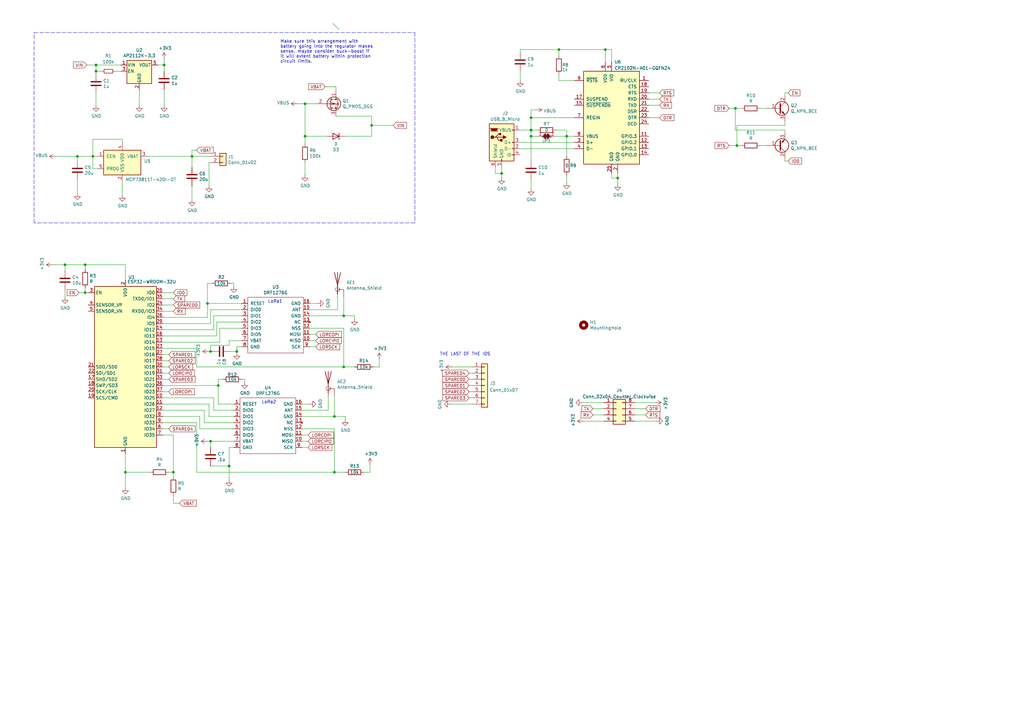
<source format=kicad_sch>
(kicad_sch (version 20211123) (generator eeschema)
  (paper "A3")
  (lib_symbols
    (symbol "Battery_Management:MCP73811T-420I-OT" (pin_names (offset 1.016))
      (property "Reference" "U" (at -6.35 6.35 0))
      (property "Value" "MCP73811T-420I-OT" (at 1.27 6.35 0))
      (symbol "MCP73811T-420I-OT_1_1"
        (pin input line (at -10.16 2.54 0) (length 2.54) (name "CEN") (number "1"))
        (pin power_in line (at 0 -7.62 90) (length 2.54) (name "VSS") (number "2"))
        (pin power_out line (at 10.16 2.54 180) (length 2.54) (name "VBAT") (number "3"))
        (pin power_in line (at 0 7.62 270) (length 2.54) (name "VDD") (number "4"))
        (pin input line (at -10.16 -2.54 0) (length 2.54) (name "PROG") (number "5"))
      )
    )
    (symbol "Connector_Generic:Conn_01x02" (pin_names (offset 1.016) hide)
      (property "Reference" "J" (at 0 2.54 0))
      (property "Value" "Conn_01x02" (at 0 -5.08 0))
      (symbol "Conn_01x02_1_1"
        (pin passive line (at -5.08 0 0) (length 3.81) (name "Pin_1") (number "1"))
        (pin passive line (at -5.08 -2.54 0) (length 3.81) (name "Pin_2") (number "2"))
      )
    )
    (symbol "Connector_Generic:Conn_01x07" (pin_names (offset 1.016) hide)
      (property "Reference" "J" (at 0 10.16 0))
      (property "Value" "Conn_01x07" (at 0 -10.16 0))
      (symbol "Conn_01x07_1_1"
        (pin passive line (at -5.08 7.62 0) (length 3.81) (name "Pin_1") (number "1"))
        (pin passive line (at -5.08 5.08 0) (length 3.81) (name "Pin_2") (number "2"))
        (pin passive line (at -5.08 2.54 0) (length 3.81) (name "Pin_3") (number "3"))
        (pin passive line (at -5.08 0 0) (length 3.81) (name "Pin_4") (number "4"))
        (pin passive line (at -5.08 -2.54 0) (length 3.81) (name "Pin_5") (number "5"))
        (pin passive line (at -5.08 -5.08 0) (length 3.81) (name "Pin_6") (number "6"))
        (pin passive line (at -5.08 -7.62 0) (length 3.81) (name "Pin_7") (number "7"))
      )
    )
    (symbol "Connector_Generic:Conn_02x04_Counter_Clockwise" (pin_names (offset 1.016) hide)
      (property "Reference" "J" (at 1.27 5.08 0))
      (property "Value" "Conn_02x04_Counter_Clockwise" (at 1.27 -7.62 0))
      (symbol "Conn_02x04_Counter_Clockwise_1_1"
        (pin passive line (at -5.08 2.54 0) (length 3.81) (name "Pin_1") (number "1"))
        (pin passive line (at -5.08 0 0) (length 3.81) (name "Pin_2") (number "2"))
        (pin passive line (at -5.08 -2.54 0) (length 3.81) (name "Pin_3") (number "3"))
        (pin passive line (at -5.08 -5.08 0) (length 3.81) (name "Pin_4") (number "4"))
        (pin passive line (at 7.62 -5.08 180) (length 3.81) (name "Pin_5") (number "5"))
        (pin passive line (at 7.62 -2.54 180) (length 3.81) (name "Pin_6") (number "6"))
        (pin passive line (at 7.62 0 180) (length 3.81) (name "Pin_7") (number "7"))
        (pin passive line (at 7.62 2.54 180) (length 3.81) (name "Pin_8") (number "8"))
      )
    )
    (symbol "Device:Antenna_Shield" (pin_numbers hide) (pin_names (offset 1.016) hide)
      (property "Reference" "AE" (at -1.905 4.445 0))
      (property "Value" "Antenna_Shield" (at -1.905 2.54 0))
      (symbol "Antenna_Shield_1_1"
        (pin input line (at 0 -5.08 90) (length 2.54) (name "A") (number "1"))
        (pin input line (at 2.54 -5.08 90) (length 2.54) (name "Shield") (number "2"))
      )
    )
    (symbol "Device:C" (pin_numbers hide) (pin_names (offset 0.254))
      (property "Reference" "C" (at 0.635 2.54 0))
      (property "Value" "C" (at 0.635 -2.54 0))
      (symbol "C_1_1"
        (pin passive line (at 0 3.81 270) (length 2.794) (name "~") (number "1"))
        (pin passive line (at 0 -3.81 90) (length 2.794) (name "~") (number "2"))
      )
    )
    (symbol "Device:D" (pin_numbers hide) (pin_names (offset 1.016) hide)
      (property "Reference" "D" (at 0 2.54 0))
      (property "Value" "D" (at 0 -2.54 0))
      (symbol "D_1_1"
        (pin passive line (at -3.81 0 0) (length 2.54) (name "K") (number "1"))
        (pin passive line (at 3.81 0 180) (length 2.54) (name "A") (number "2"))
      )
    )
    (symbol "Device:Q_NPN_BCE" (pin_names (offset 0) hide)
      (property "Reference" "Q" (at 5.08 1.27 0))
      (property "Value" "Q_NPN_BCE" (at 5.08 -1.27 0))
      (symbol "Q_NPN_BCE_1_1"
        (pin input line (at -5.08 0 0) (length 5.715) (name "B") (number "1"))
        (pin passive line (at 2.54 5.08 270) (length 2.54) (name "C") (number "2"))
        (pin passive line (at 2.54 -5.08 90) (length 2.54) (name "E") (number "3"))
      )
    )
    (symbol "Device:Q_PMOS_DGS" (pin_names (offset 0) hide)
      (property "Reference" "Q" (at 5.08 1.27 0))
      (property "Value" "Q_PMOS_DGS" (at 5.08 -1.27 0))
      (symbol "Q_PMOS_DGS_1_1"
        (pin passive line (at 2.54 5.08 270) (length 2.54) (name "D") (number "1"))
        (pin input line (at -5.08 0 0) (length 2.54) (name "G") (number "2"))
        (pin passive line (at 2.54 -5.08 90) (length 2.54) (name "S") (number "3"))
      )
    )
    (symbol "Device:R" (pin_numbers hide) (pin_names (offset 0))
      (property "Reference" "R" (at 2.032 0 90))
      (property "Value" "R" (at 0 0 90))
      (symbol "R_1_1"
        (pin passive line (at 0 3.81 270) (length 1.27) (name "~") (number "1"))
        (pin passive line (at 0 -3.81 90) (length 1.27) (name "~") (number "2"))
      )
    )
    (symbol "Device:R_Small" (pin_numbers hide) (pin_names (offset 0.254) hide)
      (property "Reference" "R" (at 0.762 0.508 0))
      (property "Value" "R_Small" (at 0.762 -1.016 0))
      (symbol "R_Small_1_1"
        (pin passive line (at 0 2.54 270) (length 0.762) (name "~") (number "1"))
        (pin passive line (at 0 -2.54 90) (length 0.762) (name "~") (number "2"))
      )
    )
    (symbol "Interface_USB:CP2102N-A01-GQFN24" (pin_names (offset 1.016))
      (property "Reference" "U" (at -5.08 22.225 0))
      (property "Value" "Interface_USB_CP2102N-A01-GQFN24" (at -5.08 20.32 0))
      (symbol "CP2102N-A01-GQFN24_1_1"
        (pin bidirectional line (at 15.24 15.24 180) (length 3.81) (name "RI/CLK") (number "1"))
        (pin no_connect line (at 10.16 -22.86 90) (length 3.81) hide (name "NC") (number "10"))
        (pin bidirectional line (at 15.24 -7.62 180) (length 3.81) (name "GPIO.3") (number "11"))
        (pin bidirectional line (at 15.24 -10.16 180) (length 3.81) (name "GPIO.2") (number "12"))
        (pin bidirectional line (at 15.24 -12.7 180) (length 3.81) (name "GPIO.1") (number "13"))
        (pin bidirectional line (at 15.24 -15.24 180) (length 3.81) (name "GPIO.0") (number "14"))
        (pin output line (at -15.24 5.08 0) (length 3.81) (name "~{SUSPENDb}") (number "15"))
        (pin no_connect line (at 7.62 -22.86 90) (length 3.81) hide (name "NC") (number "16"))
        (pin output line (at -15.24 7.62 0) (length 3.81) (name "SUSPEND") (number "17"))
        (pin input line (at 15.24 12.7 180) (length 3.81) (name "CTS") (number "18"))
        (pin output line (at 15.24 10.16 180) (length 3.81) (name "RTS") (number "19"))
        (pin power_in line (at 2.54 -22.86 90) (length 3.81) (name "GND") (number "2"))
        (pin input line (at 15.24 7.62 180) (length 3.81) (name "RXD") (number "20"))
        (pin output line (at 15.24 5.08 180) (length 3.81) (name "TXD") (number "21"))
        (pin input line (at 15.24 2.54 180) (length 3.81) (name "DSR") (number "22"))
        (pin output line (at 15.24 0 180) (length 3.81) (name "DTR") (number "23"))
        (pin input line (at 15.24 -2.54 180) (length 3.81) (name "DCD") (number "24"))
        (pin power_in line (at 0 -22.86 90) (length 3.81) (name "GND") (number "25"))
        (pin bidirectional line (at -15.24 -10.16 0) (length 3.81) (name "D+") (number "3"))
        (pin bidirectional line (at -15.24 -12.7 0) (length 3.81) (name "D-") (number "4"))
        (pin power_in line (at 0 22.86 270) (length 3.81) (name "VIO") (number "5"))
        (pin power_in line (at -2.54 22.86 270) (length 3.81) (name "VDD") (number "6"))
        (pin power_in line (at -15.24 0 0) (length 3.81) (name "REGIN") (number "7"))
        (pin input line (at -15.24 -7.62 0) (length 3.81) (name "VBUS") (number "8"))
        (pin input line (at -15.24 15.24 0) (length 3.81) (name "~{RSTb}") (number "9"))
      )
    )
    (symbol "Jumper:SolderJumper_2_Bridged" (pin_names (offset 0) hide)
      (property "Reference" "JP" (at 0 2.032 0))
      (property "Value" "SolderJumper_2_Bridged" (at 0 -2.54 0))
      (symbol "SolderJumper_2_Bridged_1_1"
        (pin passive line (at -3.81 0 0) (length 2.54) (name "A") (number "1"))
        (pin passive line (at 3.81 0 180) (length 2.54) (name "B") (number "2"))
      )
    )
    (symbol "Mechanical:MountingHole" (pin_names (offset 1.016))
      (property "Reference" "H" (at 0 5.08 0))
      (property "Value" "MountingHole" (at 0 3.175 0))
    )
    (symbol "RF_Module:ESP32-WROOM-32U"
      (property "Reference" "U" (at -12.7 34.29 0))
      (property "Value" "ESP32-WROOM-32U" (at 1.27 34.29 0))
      (symbol "ESP32-WROOM-32U_1_1"
        (pin power_in line (at 0 -35.56 90) (length 2.54) (name "GND") (number "1"))
        (pin bidirectional line (at 15.24 -12.7 180) (length 2.54) (name "IO25") (number "10"))
        (pin bidirectional line (at 15.24 -15.24 180) (length 2.54) (name "IO26") (number "11"))
        (pin bidirectional line (at 15.24 -17.78 180) (length 2.54) (name "IO27") (number "12"))
        (pin bidirectional line (at 15.24 10.16 180) (length 2.54) (name "IO14") (number "13"))
        (pin bidirectional line (at 15.24 15.24 180) (length 2.54) (name "IO12") (number "14"))
        (pin passive line (at 0 -35.56 90) (length 2.54) hide (name "GND") (number "15"))
        (pin bidirectional line (at 15.24 12.7 180) (length 2.54) (name "IO13") (number "16"))
        (pin bidirectional line (at -15.24 -5.08 0) (length 2.54) (name "SHD/SD2") (number "17"))
        (pin bidirectional line (at -15.24 -7.62 0) (length 2.54) (name "SWP/SD3") (number "18"))
        (pin bidirectional line (at -15.24 -12.7 0) (length 2.54) (name "SCS/CMD") (number "19"))
        (pin power_in line (at 0 35.56 270) (length 2.54) (name "VDD") (number "2"))
        (pin bidirectional line (at -15.24 -10.16 0) (length 2.54) (name "SCK/CLK") (number "20"))
        (pin bidirectional line (at -15.24 0 0) (length 2.54) (name "SDO/SD0") (number "21"))
        (pin bidirectional line (at -15.24 -2.54 0) (length 2.54) (name "SDI/SD1") (number "22"))
        (pin bidirectional line (at 15.24 7.62 180) (length 2.54) (name "IO15") (number "23"))
        (pin bidirectional line (at 15.24 25.4 180) (length 2.54) (name "IO2") (number "24"))
        (pin bidirectional line (at 15.24 30.48 180) (length 2.54) (name "IO0") (number "25"))
        (pin bidirectional line (at 15.24 20.32 180) (length 2.54) (name "IO4") (number "26"))
        (pin bidirectional line (at 15.24 5.08 180) (length 2.54) (name "IO16") (number "27"))
        (pin bidirectional line (at 15.24 2.54 180) (length 2.54) (name "IO17") (number "28"))
        (pin bidirectional line (at 15.24 17.78 180) (length 2.54) (name "IO5") (number "29"))
        (pin input line (at -15.24 30.48 0) (length 2.54) (name "EN") (number "3"))
        (pin bidirectional line (at 15.24 0 180) (length 2.54) (name "IO18") (number "30"))
        (pin bidirectional line (at 15.24 -2.54 180) (length 2.54) (name "IO19") (number "31"))
        (pin no_connect line (at -12.7 -27.94 0) (length 2.54) hide (name "NC") (number "32"))
        (pin bidirectional line (at 15.24 -5.08 180) (length 2.54) (name "IO21") (number "33"))
        (pin bidirectional line (at 15.24 22.86 180) (length 2.54) (name "RXD0/IO3") (number "34"))
        (pin bidirectional line (at 15.24 27.94 180) (length 2.54) (name "TXD0/IO1") (number "35"))
        (pin bidirectional line (at 15.24 -7.62 180) (length 2.54) (name "IO22") (number "36"))
        (pin bidirectional line (at 15.24 -10.16 180) (length 2.54) (name "IO23") (number "37"))
        (pin passive line (at 0 -35.56 90) (length 2.54) hide (name "GND") (number "38"))
        (pin passive line (at 0 -35.56 90) (length 2.54) hide (name "GND") (number "39"))
        (pin input line (at -15.24 25.4 0) (length 2.54) (name "SENSOR_VP") (number "4"))
        (pin input line (at -15.24 22.86 0) (length 2.54) (name "SENSOR_VN") (number "5"))
        (pin input line (at 15.24 -25.4 180) (length 2.54) (name "IO34") (number "6"))
        (pin input line (at 15.24 -27.94 180) (length 2.54) (name "IO35") (number "7"))
        (pin bidirectional line (at 15.24 -20.32 180) (length 2.54) (name "IO32") (number "8"))
        (pin bidirectional line (at 15.24 -22.86 180) (length 2.54) (name "IO33") (number "9"))
      )
    )
    (symbol "Regulator_Linear:AP2112K-3.3" (pin_names (offset 0.254))
      (property "Reference" "U" (at -5.08 5.715 0))
      (property "Value" "AP2112K-3.3" (at 0 5.715 0))
      (symbol "AP2112K-3.3_1_1"
        (pin power_in line (at -7.62 2.54 0) (length 2.54) (name "VIN") (number "1"))
        (pin power_in line (at 0 -7.62 90) (length 2.54) (name "GND") (number "2"))
        (pin input line (at -7.62 0 0) (length 2.54) (name "EN") (number "3"))
        (pin no_connect line (at 5.08 0 180) (length 2.54) hide (name "NC") (number "4"))
        (pin power_out line (at 7.62 2.54 180) (length 2.54) (name "VOUT") (number "5"))
      )
    )
    (symbol "loranet2-rescue:USB_B_Micro-Connector" (pin_names (offset 1.016))
      (property "Reference" "J" (at -5.08 11.43 0))
      (property "Value" "USB_B_Micro-Connector" (at -5.08 8.89 0))
      (symbol "USB_B_Micro-Connector_1_1"
        (pin power_out line (at 7.62 5.08 180) (length 2.54) (name "VBUS") (number "1"))
        (pin passive line (at 7.62 -2.54 180) (length 2.54) (name "D-") (number "2"))
        (pin passive line (at 7.62 0 180) (length 2.54) (name "D+") (number "3"))
        (pin passive line (at 7.62 -5.08 180) (length 2.54) (name "ID") (number "4"))
        (pin power_out line (at 0 -10.16 90) (length 2.54) (name "GND") (number "5"))
        (pin passive line (at -2.54 -10.16 90) (length 2.54) (name "Shield") (number "6"))
      )
    )
    (symbol "loranet2:DRF1276G" (pin_names (offset 1.016))
      (property "Reference" "U" (at 0 -12.7 0))
      (property "Value" "DRF1276G" (at 0 15.24 0))
      (symbol "DRF1276G_1_1"
        (pin input line (at -15.24 10.16 0) (length 2.54) (name "RESET") (number "1"))
        (pin bidirectional line (at 12.7 -5.08 180) (length 2.54) (name "MISO") (number "10"))
        (pin bidirectional line (at 12.7 -2.54 180) (length 2.54) (name "MOSI") (number "11"))
        (pin input line (at 12.7 0 180) (length 2.54) (name "NSS") (number "12"))
        (pin no_connect line (at 12.7 2.54 180) (length 2.54) (name "NC") (number "13"))
        (pin power_in line (at 12.7 5.08 180) (length 2.54) (name "GND") (number "14"))
        (pin bidirectional line (at 12.7 7.62 180) (length 2.54) (name "ANT") (number "15"))
        (pin power_in line (at 12.7 10.16 180) (length 2.54) (name "GND") (number "16"))
        (pin bidirectional line (at -15.24 7.62 0) (length 2.54) (name "DIO0") (number "2"))
        (pin bidirectional line (at -15.24 5.08 0) (length 2.54) (name "DIO1") (number "3"))
        (pin bidirectional line (at -15.24 2.54 0) (length 2.54) (name "DIO2") (number "4"))
        (pin bidirectional line (at -15.24 0 0) (length 2.54) (name "DIO3") (number "5"))
        (pin bidirectional line (at -15.24 -2.54 0) (length 2.54) (name "DIO5") (number "6"))
        (pin power_in line (at -15.24 -5.08 0) (length 2.54) (name "VBAT") (number "7"))
        (pin power_in line (at -15.24 -7.62 0) (length 2.54) (name "GND") (number "8"))
        (pin input line (at 12.7 -7.62 180) (length 2.54) (name "SCK") (number "9"))
      )
    )
    (symbol "power:+3V3" (power) (pin_names (offset 0))
      (property "Value" "+3V3" (at 0 3.556 0))
      (symbol "+3V3_1_1"
        (pin power_in line (at 0 0 90) (length 0) hide (name "+3V3") (number "1"))
      )
    )
    (symbol "power:GND" (power) (pin_names (offset 0))
      (property "Value" "GND" (at 0 -3.81 0))
      (symbol "GND_1_1"
        (pin power_in line (at 0 0 270) (length 0) hide (name "GND") (number "1"))
      )
    )
    (symbol "power:VBUS" (power) (pin_names (offset 0))
      (property "Value" "VBUS" (at 0 3.81 0))
      (symbol "VBUS_1_1"
        (pin power_in line (at 0 0 90) (length 0) hide (name "VBUS") (number "1"))
      )
    )
  )
  (junction (at 152.4 51.435))
  (junction (at 137.16 170.815))
  (junction (at 51.435 193.675))
  (junction (at 85.09 124.46))
  (junction (at 205.74 71.12))
  (junction (at 93.98 191.135))
  (junction (at 301.625 44.45))
  (junction (at 125.095 55.88))
  (junction (at 140.97 150.495))
  (junction (at 89.535 158.115))
  (junction (at 97.155 144.145))
  (junction (at 86.36 180.975))
  (junction (at 39.37 29.21))
  (junction (at 67.31 26.67))
  (junction (at 31.75 64.135))
  (junction (at 302.26 59.69))
  (junction (at 86.36 144.145))
  (junction (at 78.74 64.135))
  (junction (at 38.1 64.135))
  (junction (at 39.37 26.67))
  (junction (at 140.97 129.54))
  (junction (at 253.365 73.025))
  (junction (at 248.285 20.32))
  (junction (at 229.235 20.32))
  (junction (at 217.805 53.34))
  (junction (at 217.805 48.26))
  (junction (at 217.805 55.88))
  (junction (at 71.12 193.675))
  (junction (at 34.925 120.015))
  (junction (at 34.925 108.585))
  (junction (at 26.67 108.585))
  (junction (at 232.41 55.88))
  (junction (at 137.16 193.675))
  (junction (at 125.095 42.545))
  (bus_entry (at 136.525 9.525) (size 2.54 2.54))
  (wire (pts (xy 67.31 26.67) (xy 67.31 24.13)))
  (wire (pts (xy 217.805 48.26) (xy 235.585 48.26)))
  (wire (pts (xy 140.97 134.62) (xy 140.97 150.495)))
  (wire (pts (xy 217.805 48.26) (xy 217.805 45.085)))
  (wire (pts (xy 125.095 42.545) (xy 130.175 42.545)))
  (wire (pts (xy 31.75 64.135) (xy 38.1 64.135)))
  (wire (pts (xy 87.63 163.195) (xy 87.63 168.275)))
  (wire (pts (xy 140.97 150.495) (xy 145.415 150.495)))
  (wire (pts (xy 213.36 53.34) (xy 217.805 53.34)))
  (wire (pts (xy 26.67 108.585) (xy 34.925 108.585)))
  (wire (pts (xy 78.74 64.135) (xy 78.74 68.58)))
  (wire (pts (xy 66.675 135.255) (xy 87.63 135.255)))
  (wire (pts (xy 321.945 53.34) (xy 321.945 54.61)))
  (wire (pts (xy 129.54 139.7) (xy 127 139.7)))
  (wire (pts (xy 89.535 155.575) (xy 91.44 155.575)))
  (wire (pts (xy 125.095 42.545) (xy 125.095 55.88)))
  (wire (pts (xy 86.36 127) (xy 99.06 127)))
  (wire (pts (xy 83.82 168.275) (xy 83.82 173.355)))
  (wire (pts (xy 93.98 139.7) (xy 99.06 139.7)))
  (wire (pts (xy 89.535 155.575) (xy 89.535 158.115)))
  (wire (pts (xy 85.725 66.675) (xy 86.36 66.675)))
  (wire (pts (xy 321.945 64.77) (xy 321.945 66.04)))
  (wire (pts (xy 232.41 55.88) (xy 232.41 64.135)))
  (wire (pts (xy 205.74 71.12) (xy 205.74 73.025)))
  (wire (pts (xy 138.43 127) (xy 138.43 121.92)))
  (wire (pts (xy 270.51 48.26) (xy 266.065 48.26)))
  (wire (pts (xy 21.59 108.585) (xy 26.67 108.585)))
  (wire (pts (xy 81.915 175.895) (xy 81.915 170.815)))
  (wire (pts (xy 321.945 49.53) (xy 321.945 51.435)))
  (wire (pts (xy 85.09 180.975) (xy 86.36 180.975)))
  (wire (pts (xy 93.98 141.605) (xy 93.98 139.7)))
  (wire (pts (xy 137.16 193.675) (xy 141.605 193.675)))
  (wire (pts (xy 260.35 170.18) (xy 264.795 170.18)))
  (wire (pts (xy 86.36 144.145) (xy 85.725 144.145)))
  (wire (pts (xy 137.795 47.625) (xy 152.4 47.625)))
  (wire (pts (xy 51.435 108.585) (xy 51.435 114.935)))
  (wire (pts (xy 149.225 193.675) (xy 151.765 193.675)))
  (wire (pts (xy 217.805 53.34) (xy 217.805 48.26)))
  (wire (pts (xy 95.885 117.475) (xy 95.885 116.205)))
  (wire (pts (xy 39.37 26.67) (xy 39.37 29.21)))
  (wire (pts (xy 41.91 29.21) (xy 39.37 29.21)))
  (wire (pts (xy 311.785 44.45) (xy 314.325 44.45)))
  (wire (pts (xy 71.12 203.2) (xy 71.12 206.375)))
  (wire (pts (xy 34.925 110.49) (xy 34.925 108.585)))
  (wire (pts (xy 127 134.62) (xy 140.97 134.62)))
  (wire (pts (xy 66.675 137.795) (xy 88.9 137.795)))
  (wire (pts (xy 203.2 68.58) (xy 203.2 71.12)))
  (wire (pts (xy 40.005 69.215) (xy 38.1 69.215)))
  (wire (pts (xy 67.31 43.18) (xy 67.31 36.83)))
  (wire (pts (xy 85.725 76.2) (xy 85.725 66.675)))
  (wire (pts (xy 125.095 66.675) (xy 125.095 71.755)))
  (wire (pts (xy 121.92 42.545) (xy 125.095 42.545)))
  (wire (pts (xy 123.825 175.895) (xy 137.16 175.895)))
  (wire (pts (xy 66.675 173.355) (xy 80.645 173.355)))
  (wire (pts (xy 141.605 170.815) (xy 141.605 172.085)))
  (wire (pts (xy 140.97 121.92) (xy 140.97 129.54)))
  (wire (pts (xy 248.285 25.4) (xy 248.285 20.32)))
  (wire (pts (xy 39.37 38.1) (xy 39.37 43.18)))
  (wire (pts (xy 88.9 137.795) (xy 88.9 132.08)))
  (wire (pts (xy 213.36 33.02) (xy 213.36 29.21)))
  (wire (pts (xy 323.215 38.1) (xy 321.945 38.1)))
  (wire (pts (xy 311.785 59.69) (xy 314.325 59.69)))
  (wire (pts (xy 22.86 64.135) (xy 31.75 64.135)))
  (wire (pts (xy 229.235 20.32) (xy 248.285 20.32)))
  (wire (pts (xy 229.235 30.48) (xy 229.235 33.02)))
  (wire (pts (xy 86.36 141.605) (xy 86.36 144.145)))
  (wire (pts (xy 93.98 183.515) (xy 93.98 191.135)))
  (wire (pts (xy 217.805 55.88) (xy 217.805 53.34)))
  (wire (pts (xy 227.965 55.88) (xy 232.41 55.88)))
  (wire (pts (xy 270.51 40.64) (xy 266.065 40.64)))
  (wire (pts (xy 66.675 132.715) (xy 86.36 132.715)))
  (wire (pts (xy 137.795 35.56) (xy 137.795 37.465)))
  (wire (pts (xy 66.675 140.335) (xy 90.17 140.335)))
  (wire (pts (xy 46.99 29.21) (xy 49.53 29.21)))
  (wire (pts (xy 51.435 186.055) (xy 51.435 193.675)))
  (wire (pts (xy 31.75 79.375) (xy 31.75 73.66)))
  (wire (pts (xy 50.165 57.15) (xy 50.165 59.055)))
  (wire (pts (xy 57.15 43.18) (xy 57.15 36.83)))
  (wire (pts (xy 64.77 26.67) (xy 67.31 26.67)))
  (wire (pts (xy 35.56 26.67) (xy 39.37 26.67)))
  (wire (pts (xy 81.915 170.815) (xy 66.675 170.815)))
  (wire (pts (xy 71.12 122.555) (xy 66.675 122.555)))
  (wire (pts (xy 217.805 66.04) (xy 217.805 55.88)))
  (wire (pts (xy 243.205 170.18) (xy 247.65 170.18)))
  (wire (pts (xy 152.4 51.435) (xy 152.4 55.88)))
  (wire (pts (xy 151.765 190.5) (xy 151.765 193.675)))
  (wire (pts (xy 39.37 29.21) (xy 39.37 30.48)))
  (wire (pts (xy 184.785 165.735) (xy 193.675 165.735)))
  (wire (pts (xy 66.675 130.175) (xy 85.09 130.175)))
  (wire (pts (xy 86.36 132.715) (xy 86.36 127)))
  (wire (pts (xy 301.625 44.45) (xy 301.625 53.34)))
  (wire (pts (xy 71.12 193.675) (xy 71.12 195.58)))
  (wire (pts (xy 80.645 142.875) (xy 80.645 150.495)))
  (wire (pts (xy 134.62 162.56) (xy 134.62 168.275)))
  (wire (pts (xy 39.37 26.67) (xy 49.53 26.67)))
  (wire (pts (xy 134.62 168.275) (xy 123.825 168.275)))
  (wire (pts (xy 127 142.24) (xy 129.54 142.24)))
  (wire (pts (xy 86.36 144.145) (xy 86.995 144.145)))
  (wire (pts (xy 141.605 55.88) (xy 152.4 55.88)))
  (wire (pts (xy 69.215 193.675) (xy 71.12 193.675)))
  (wire (pts (xy 130.175 124.46) (xy 127 124.46)))
  (wire (pts (xy 205.74 71.12) (xy 205.74 68.58)))
  (wire (pts (xy 34.925 120.015) (xy 36.195 120.015)))
  (wire (pts (xy 238.76 165.1) (xy 247.65 165.1)))
  (wire (pts (xy 94.615 144.145) (xy 97.155 144.145)))
  (wire (pts (xy 269.24 172.72) (xy 260.35 172.72)))
  (wire (pts (xy 155.575 147.32) (xy 155.575 150.495)))
  (wire (pts (xy 213.36 20.32) (xy 213.36 21.59)))
  (polyline (pts (xy 170.18 13.335) (xy 170.18 91.44)))
  (wire (pts (xy 86.36 180.975) (xy 95.885 180.975)))
  (wire (pts (xy 71.12 120.015) (xy 66.675 120.015)))
  (wire (pts (xy 31.75 66.04) (xy 31.75 64.135)))
  (wire (pts (xy 85.09 124.46) (xy 99.06 124.46)))
  (wire (pts (xy 89.535 165.735) (xy 95.885 165.735)))
  (wire (pts (xy 38.1 64.135) (xy 38.1 57.15)))
  (wire (pts (xy 123.825 178.435) (xy 126.365 178.435)))
  (wire (pts (xy 66.675 168.275) (xy 83.82 168.275)))
  (wire (pts (xy 97.155 144.78) (xy 97.155 144.145)))
  (wire (pts (xy 97.155 142.24) (xy 99.06 142.24)))
  (wire (pts (xy 32.385 120.015) (xy 34.925 120.015)))
  (wire (pts (xy 239.395 172.72) (xy 247.65 172.72)))
  (wire (pts (xy 66.675 147.955) (xy 69.215 147.955)))
  (wire (pts (xy 85.725 165.735) (xy 66.675 165.735)))
  (wire (pts (xy 137.16 175.895) (xy 137.16 193.675)))
  (wire (pts (xy 213.36 20.32) (xy 229.235 20.32)))
  (wire (pts (xy 253.365 73.025) (xy 253.365 71.12)))
  (wire (pts (xy 137.16 170.815) (xy 141.605 170.815)))
  (wire (pts (xy 250.825 20.32) (xy 250.825 25.4)))
  (wire (pts (xy 227.965 53.34) (xy 232.41 53.34)))
  (wire (pts (xy 66.675 178.435) (xy 71.12 178.435)))
  (wire (pts (xy 60.325 64.135) (xy 78.74 64.135)))
  (wire (pts (xy 26.67 121.92) (xy 26.67 118.745)))
  (wire (pts (xy 80.645 61.595) (xy 78.74 61.595)))
  (wire (pts (xy 301.625 44.45) (xy 304.165 44.45)))
  (wire (pts (xy 235.585 60.96) (xy 213.36 60.96)))
  (polyline (pts (xy 170.18 91.44) (xy 13.97 91.44)))
  (wire (pts (xy 232.41 55.88) (xy 235.585 55.88)))
  (wire (pts (xy 83.82 173.355) (xy 95.885 173.355)))
  (wire (pts (xy 133.35 35.56) (xy 137.795 35.56)))
  (wire (pts (xy 270.51 38.1) (xy 266.065 38.1)))
  (wire (pts (xy 193.675 158.115) (xy 192.405 158.115)))
  (wire (pts (xy 66.675 145.415) (xy 69.215 145.415)))
  (wire (pts (xy 95.885 116.205) (xy 94.615 116.205)))
  (wire (pts (xy 248.285 20.32) (xy 250.825 20.32)))
  (wire (pts (xy 71.12 206.375) (xy 73.66 206.375)))
  (wire (pts (xy 51.435 193.675) (xy 51.435 200.025)))
  (wire (pts (xy 38.1 64.135) (xy 38.1 69.215)))
  (wire (pts (xy 80.645 193.675) (xy 137.16 193.675)))
  (wire (pts (xy 34.925 108.585) (xy 51.435 108.585)))
  (wire (pts (xy 78.74 61.595) (xy 78.74 64.135)))
  (wire (pts (xy 100.33 155.575) (xy 99.06 155.575)))
  (wire (pts (xy 220.345 55.88) (xy 217.805 55.88)))
  (wire (pts (xy 127 129.54) (xy 140.97 129.54)))
  (wire (pts (xy 304.165 59.69) (xy 302.26 59.69)))
  (wire (pts (xy 192.405 160.655) (xy 193.675 160.655)))
  (wire (pts (xy 232.41 74.93) (xy 232.41 71.755)))
  (wire (pts (xy 321.945 51.435) (xy 302.26 51.435)))
  (wire (pts (xy 229.235 22.86) (xy 229.235 20.32)))
  (wire (pts (xy 66.675 150.495) (xy 69.215 150.495)))
  (wire (pts (xy 86.36 180.975) (xy 86.36 183.515)))
  (wire (pts (xy 93.98 183.515) (xy 95.885 183.515)))
  (wire (pts (xy 217.805 53.34) (xy 220.345 53.34)))
  (wire (pts (xy 80.645 142.875) (xy 66.675 142.875)))
  (wire (pts (xy 192.405 155.575) (xy 193.675 155.575)))
  (wire (pts (xy 71.12 178.435) (xy 71.12 193.675)))
  (wire (pts (xy 87.63 135.255) (xy 87.63 129.54)))
  (wire (pts (xy 88.9 132.08) (xy 99.06 132.08)))
  (wire (pts (xy 123.825 170.815) (xy 137.16 170.815)))
  (wire (pts (xy 217.805 45.085) (xy 219.71 45.085)))
  (wire (pts (xy 243.205 167.64) (xy 247.65 167.64)))
  (wire (pts (xy 87.63 168.275) (xy 95.885 168.275)))
  (wire (pts (xy 40.005 64.135) (xy 38.1 64.135)))
  (wire (pts (xy 145.415 129.54) (xy 145.415 130.81)))
  (wire (pts (xy 66.675 160.655) (xy 69.215 160.655)))
  (wire (pts (xy 34.925 118.11) (xy 34.925 120.015)))
  (wire (pts (xy 66.675 163.195) (xy 87.63 163.195)))
  (wire (pts (xy 302.26 59.69) (xy 299.085 59.69)))
  (wire (pts (xy 126.365 180.975) (xy 123.825 180.975)))
  (wire (pts (xy 321.945 38.1) (xy 321.945 39.37)))
  (wire (pts (xy 86.36 191.135) (xy 93.98 191.135)))
  (wire (pts (xy 127 127) (xy 138.43 127)))
  (wire (pts (xy 213.36 58.42) (xy 235.585 58.42)))
  (wire (pts (xy 235.585 33.02) (xy 229.235 33.02)))
  (wire (pts (xy 93.98 191.135) (xy 93.98 196.85)))
  (wire (pts (xy 26.67 108.585) (xy 26.67 111.125)))
  (wire (pts (xy 50.165 80.01) (xy 50.165 74.295)))
  (wire (pts (xy 232.41 53.34) (xy 232.41 55.88)))
  (wire (pts (xy 301.625 53.34) (xy 321.945 53.34)))
  (wire (pts (xy 67.31 26.67) (xy 67.31 29.21)))
  (wire (pts (xy 299.085 44.45) (xy 301.625 44.45)))
  (wire (pts (xy 95.885 175.895) (xy 81.915 175.895)))
  (wire (pts (xy 90.17 140.335) (xy 90.17 134.62)))
  (wire (pts (xy 66.675 125.095) (xy 71.12 125.095)))
  (wire (pts (xy 321.945 66.04) (xy 323.215 66.04)))
  (wire (pts (xy 66.675 175.895) (xy 69.215 175.895)))
  (wire (pts (xy 137.16 162.56) (xy 137.16 170.815)))
  (wire (pts (xy 185.42 150.495) (xy 193.675 150.495)))
  (wire (pts (xy 125.095 55.88) (xy 125.095 59.055)))
  (wire (pts (xy 153.035 150.495) (xy 155.575 150.495)))
  (wire (pts (xy 78.74 81.915) (xy 78.74 76.2)))
  (wire (pts (xy 192.405 163.195) (xy 193.675 163.195)))
  (wire (pts (xy 268.605 165.1) (xy 260.35 165.1)))
  (wire (pts (xy 89.535 158.115) (xy 89.535 165.735)))
  (polyline (pts (xy 13.97 13.335) (xy 170.18 13.335)))
  (wire (pts (xy 97.155 144.145) (xy 97.155 142.24)))
  (wire (pts (xy 123.825 183.515) (xy 126.365 183.515)))
  (wire (pts (xy 51.435 193.675) (xy 61.595 193.675)))
  (wire (pts (xy 80.645 150.495) (xy 140.97 150.495)))
  (wire (pts (xy 85.09 116.205) (xy 86.995 116.205)))
  (polyline (pts (xy 13.97 91.44) (xy 13.97 13.335)))
  (wire (pts (xy 85.09 124.46) (xy 85.09 116.205)))
  (wire (pts (xy 86.36 141.605) (xy 93.98 141.605)))
  (wire (pts (xy 71.12 127.635) (xy 66.675 127.635)))
  (wire (pts (xy 161.29 51.435) (xy 152.4 51.435)))
  (wire (pts (xy 85.09 130.175) (xy 85.09 124.46)))
  (wire (pts (xy 217.805 77.47) (xy 217.805 73.66)))
  (wire (pts (xy 260.35 167.64) (xy 264.795 167.64)))
  (wire (pts (xy 90.17 134.62) (xy 99.06 134.62)))
  (wire (pts (xy 193.675 153.035) (xy 192.405 153.035)))
  (wire (pts (xy 270.51 43.18) (xy 266.065 43.18)))
  (wire (pts (xy 69.215 153.035) (xy 66.675 153.035)))
  (wire (pts (xy 133.985 55.88) (xy 125.095 55.88)))
  (wire (pts (xy 38.1 57.15) (xy 50.165 57.15)))
  (wire (pts (xy 66.675 155.575) (xy 69.215 155.575)))
  (wire (pts (xy 85.725 170.815) (xy 85.725 165.735)))
  (wire (pts (xy 250.825 71.12) (xy 250.825 73.025)))
  (wire (pts (xy 66.675 158.115) (xy 89.535 158.115)))
  (wire (pts (xy 127 165.735) (xy 123.825 165.735)))
  (wire (pts (xy 86.36 64.135) (xy 78.74 64.135)))
  (wire (pts (xy 87.63 129.54) (xy 99.06 129.54)))
  (wire (pts (xy 127 137.16) (xy 129.54 137.16)))
  (wire (pts (xy 100.33 156.845) (xy 100.33 155.575)))
  (wire (pts (xy 80.645 173.355) (xy 80.645 193.675)))
  (wire (pts (xy 152.4 47.625) (xy 152.4 51.435)))
  (wire (pts (xy 253.365 75.565) (xy 253.365 73.025)))
  (wire (pts (xy 302.26 51.435) (xy 302.26 59.69)))
  (wire (pts (xy 140.97 129.54) (xy 145.415 129.54)))
  (wire (pts (xy 203.2 71.12) (xy 205.74 71.12)))
  (wire (pts (xy 250.825 73.025) (xy 253.365 73.025)))
  (wire (pts (xy 95.885 170.815) (xy 85.725 170.815)))
  (text "LoRa2" (at 107.315 165.735 0) (effects (font (size 1.27 1.27)) (justify left bottom)))
  (text "THE LAST OF THE IOS" (at 180.34 146.05 0) (effects (font (size 1.27 1.27)) (justify left bottom)))
  (text "LoRa1" (at 109.855 124.46 0) (effects (font (size 1.27 1.27)) (justify left bottom)))
  (text "Make sure this arrangement with\nbattery going into the regulator makes\nsense. maybe consider buck-boost if\nit will extent battery within protection\ncircuit limits." (at 114.935 26.035 0) (effects (font (size 1.27 1.27)) (justify left bottom)))
  (global_label "IO0" (shape input) (at 323.215 66.04 0) (property "Intersheet References" "${INTERSHEET_REFS}" (effects hide)))
  (global_label "SPARE02" (shape input) (at 192.405 160.655 180) (property "Intersheet References" "${INTERSHEET_REFS}" (effects hide)))
  (global_label "EN" (shape input) (at 32.385 120.015 180) (property "Intersheet References" "${INTERSHEET_REFS}" (effects hide)))
  (global_label "RTS" (shape input) (at 299.085 59.69 180) (property "Intersheet References" "${INTERSHEET_REFS}" (effects hide)))
  (global_label "VIN" (shape input) (at 35.56 26.67 180) (property "Intersheet References" "${INTERSHEET_REFS}" (effects hide)))
  (global_label "TX" (shape input) (at 243.205 167.64 180) (property "Intersheet References" "${INTERSHEET_REFS}" (effects hide)))
  (global_label "DTR" (shape input) (at 299.085 44.45 180) (property "Intersheet References" "${INTERSHEET_REFS}" (effects hide)))
  (global_label "LORCIPO" (shape input) (at 126.365 180.975 0) (property "Intersheet References" "${INTERSHEET_REFS}" (effects hide)))
  (global_label "TX" (shape input) (at 270.51 40.64 0) (property "Intersheet References" "${INTERSHEET_REFS}" (effects hide)))
  (global_label "SPARE03" (shape input) (at 69.215 155.575 0) (property "Intersheet References" "${INTERSHEET_REFS}" (effects hide)))
  (global_label "DTR" (shape input) (at 270.51 48.26 0) (property "Intersheet References" "${INTERSHEET_REFS}" (effects hide)))
  (global_label "VIN" (shape input) (at 161.29 51.435 0) (property "Intersheet References" "${INTERSHEET_REFS}" (effects hide)))
  (global_label "LORSCK" (shape input) (at 129.54 142.24 0) (property "Intersheet References" "${INTERSHEET_REFS}" (effects hide)))
  (global_label "LORSCK" (shape input) (at 69.215 150.495 0) (property "Intersheet References" "${INTERSHEET_REFS}" (effects hide)))
  (global_label "TX" (shape input) (at 71.12 122.555 0) (property "Intersheet References" "${INTERSHEET_REFS}" (effects hide)))
  (global_label "SPARE04" (shape input) (at 192.405 153.035 180) (property "Intersheet References" "${INTERSHEET_REFS}" (effects hide)))
  (global_label "SPARE04" (shape input) (at 69.215 175.895 0) (property "Intersheet References" "${INTERSHEET_REFS}" (effects hide)))
  (global_label "LORCOPI" (shape input) (at 69.215 160.655 0) (property "Intersheet References" "${INTERSHEET_REFS}" (effects hide)))
  (global_label "LORCIPO" (shape input) (at 69.215 153.035 0) (property "Intersheet References" "${INTERSHEET_REFS}" (effects hide)))
  (global_label "IO0" (shape input) (at 71.12 120.015 0) (property "Intersheet References" "${INTERSHEET_REFS}" (effects hide)))
  (global_label "SPARE01" (shape input) (at 69.215 145.415 0) (property "Intersheet References" "${INTERSHEET_REFS}" (effects hide)))
  (global_label "SPARE02" (shape input) (at 69.215 147.955 0) (property "Intersheet References" "${INTERSHEET_REFS}" (effects hide)))
  (global_label "RX" (shape input) (at 71.12 127.635 0) (property "Intersheet References" "${INTERSHEET_REFS}" (effects hide)))
  (global_label "SPARE03" (shape input) (at 192.405 163.195 180) (property "Intersheet References" "${INTERSHEET_REFS}" (effects hide)))
  (global_label "VBAT" (shape input) (at 73.66 206.375 0) (property "Intersheet References" "${INTERSHEET_REFS}" (effects hide)))
  (global_label "VBAT" (shape input) (at 133.35 35.56 180) (property "Intersheet References" "${INTERSHEET_REFS}" (effects hide)))
  (global_label "SPARE01" (shape input) (at 192.405 158.115 180) (property "Intersheet References" "${INTERSHEET_REFS}" (effects hide)))
  (global_label "LORSCK" (shape input) (at 126.365 183.515 0) (property "Intersheet References" "${INTERSHEET_REFS}" (effects hide)))
  (global_label "SPARE00" (shape input) (at 71.12 125.095 0) (property "Intersheet References" "${INTERSHEET_REFS}" (effects hide)))
  (global_label "RX" (shape input) (at 243.205 170.18 180) (property "Intersheet References" "${INTERSHEET_REFS}" (effects hide)))
  (global_label "DTR" (shape input) (at 264.795 167.64 0) (property "Intersheet References" "${INTERSHEET_REFS}" (effects hide)))
  (global_label "RTS" (shape input) (at 270.51 38.1 0) (property "Intersheet References" "${INTERSHEET_REFS}" (effects hide)))
  (global_label "LORCIPO" (shape input) (at 129.54 139.7 0) (property "Intersheet References" "${INTERSHEET_REFS}" (effects hide)))
  (global_label "LORCOPI" (shape input) (at 126.365 178.435 0) (property "Intersheet References" "${INTERSHEET_REFS}" (effects hide)))
  (global_label "SPARE00" (shape input) (at 192.405 155.575 180) (property "Intersheet References" "${INTERSHEET_REFS}" (effects hide)))
  (global_label "EN" (shape input) (at 323.215 38.1 0) (property "Intersheet References" "${INTERSHEET_REFS}" (effects hide)))
  (global_label "RTS" (shape input) (at 264.795 170.18 0) (property "Intersheet References" "${INTERSHEET_REFS}" (effects hide)))
  (global_label "RX" (shape input) (at 270.51 43.18 0) (property "Intersheet References" "${INTERSHEET_REFS}" (effects hide)))
  (global_label "VBAT" (shape input) (at 80.645 61.595 0) (property "Intersheet References" "${INTERSHEET_REFS}" (effects hide)))
  (global_label "LORCOPI" (shape input) (at 129.54 137.16 0) (property "Intersheet References" "${INTERSHEET_REFS}" (effects hide)))
  (symbol (lib_id "loranet2:DRF1276G") (at 114.3 134.62 0) (unit 1)
    (property "Reference" "U3" (at 113.03 117.729 0))
    (property "Value" "DRF1276G" (at 113.03 120.0404 0))
    (property "Footprint" "loranet2:DRF1276G" (effects hide))
  )
  (symbol (lib_id "loranet2:DRF1276G") (at 111.125 175.895 0) (unit 1)
    (property "Reference" "U4" (at 109.855 159.004 0))
    (property "Value" "DRF1276G" (at 109.855 161.3154 0))
    (property "Footprint" "loranet2:DRF1276G" (effects hide))
  )
  (symbol (lib_id "RF_Module:ESP32-WROOM-32U") (at 51.435 150.495 0) (unit 1)
    (property "Reference" "U1" (at 53.975 113.665 0))
    (property "Value" "ESP32-WROOM-32U" (at 62.23 115.57 0))
    (property "Footprint" "RF_Module:ESP32-WROOM-32U" (effects hide))
    (property "Datasheet" "https://www.espressif.com/sites/default/files/documentation/esp32-wroom-32d_esp32-wroom-32u_datasheet_en.pdf" (effects hide))
  )
  (symbol (lib_id "Device:Antenna_Shield") (at 138.43 116.84 0) (unit 1)
    (property "Reference" "AE1" (at 142.0876 115.8494 0) (effects (justify left)))
    (property "Value" "Antenna_Shield" (at 142.0876 118.1608 0) (effects (justify left)))
    (property "Footprint" "Connector_Coaxial:U.FL_Hirose_U.FL-R-SMT-1_Vertical" (effects hide))
  )
  (symbol (lib_id "Device:Antenna_Shield") (at 134.62 157.48 0) (unit 1)
    (property "Reference" "AE2" (at 138.2776 156.4894 0) (effects (justify left)))
    (property "Value" "Antenna_Shield" (at 138.2776 158.8008 0) (effects (justify left)))
    (property "Footprint" "Connector_Coaxial:U.FL_Hirose_U.FL-R-SMT-1_Vertical" (effects hide))
  )
  (symbol (lib_id "power:GND") (at 141.605 172.085 0) (unit 1)
    (property "Reference" "#PWR0102" (effects hide))
    (property "Value" "GND" (at 141.732 176.4792 0))
  )
  (symbol (lib_id "Interface_USB:CP2102N-A01-GQFN24") (at 250.825 48.26 0) (unit 1)
    (property "Reference" "U6" (at 253.365 25.4 0))
    (property "Value" "CP2102N-A01-GQFN24" (at 263.525 27.94 0))
    (property "Footprint" "Package_DFN_QFN:QFN-24-1EP_4x4mm_P0.5mm_EP2.6x2.6mm" (effects hide))
    (property "Datasheet" "https://www.silabs.com/documents/public/data-sheets/cp2102n-datasheet.pdf" (effects hide))
  )
  (symbol (lib_id "power:VBUS") (at 121.92 42.545 90) (unit 1)
    (property "Reference" "#PWR0104" (effects hide))
    (property "Value" "VBUS" (at 118.6942 42.164 90) (effects (justify left)))
  )
  (symbol (lib_id "power:GND") (at 57.15 43.18 0) (unit 1)
    (property "Reference" "#PWR0105" (effects hide))
    (property "Value" "GND" (at 57.277 47.5742 0))
  )
  (symbol (lib_id "power:GND") (at 39.37 43.18 0) (unit 1)
    (property "Reference" "#PWR0106" (effects hide))
    (property "Value" "GND" (at 39.497 47.5742 0))
  )
  (symbol (lib_id "power:+3V3") (at 67.31 24.13 0) (unit 1)
    (property "Reference" "#PWR0108" (effects hide))
    (property "Value" "+3V3" (at 67.691 19.7358 0))
  )
  (symbol (lib_id "loranet2-rescue:USB_B_Micro-Connector") (at 205.74 58.42 0) (unit 1)
    (property "Reference" "J2" (at 207.1878 46.5582 0))
    (property "Value" "USB_B_Micro" (at 207.1878 48.8696 0))
    (property "Footprint" "Connector_USB:USB_Micro-B_Molex_47346-0001" (effects hide))
  )
  (symbol (lib_id "Device:R") (at 224.155 53.34 270) (unit 1)
    (property "Reference" "R7" (at 224.155 50.8 90))
    (property "Value" "0" (at 224.155 53.34 90))
    (property "Footprint" "Resistor_SMD:R_0603_1608Metric" (effects hide))
  )
  (symbol (lib_id "Device:R") (at 232.41 67.945 180) (unit 1)
    (property "Reference" "R9" (at 233.68 67.945 0) (effects (justify right)))
    (property "Value" "0" (at 231.775 67.945 0) (effects (justify right)))
    (property "Footprint" "Resistor_SMD:R_0603_1608Metric" (effects hide))
  )
  (symbol (lib_id "power:GND") (at 205.74 73.025 0) (unit 1)
    (property "Reference" "#PWR0117" (effects hide))
    (property "Value" "GND" (at 205.867 77.4192 0))
  )
  (symbol (lib_id "power:GND") (at 232.41 74.93 0) (unit 1)
    (property "Reference" "#PWR0118" (effects hide))
    (property "Value" "GND" (at 232.537 79.3242 0))
  )
  (symbol (lib_id "power:GND") (at 253.365 75.565 0) (unit 1)
    (property "Reference" "#PWR0119" (effects hide))
    (property "Value" "GND" (at 253.492 79.9592 0))
  )
  (symbol (lib_id "Device:C") (at 217.805 69.85 0) (unit 1)
    (property "Reference" "C10" (at 220.726 68.6816 0) (effects (justify left)))
    (property "Value" "1u" (at 220.726 70.993 0) (effects (justify left)))
    (property "Footprint" "Capacitor_SMD:C_0603_1608Metric" (effects hide))
  )
  (symbol (lib_id "power:GND") (at 217.805 77.47 0) (unit 1)
    (property "Reference" "#PWR0120" (effects hide))
    (property "Value" "GND" (at 217.932 81.8642 0))
  )
  (symbol (lib_id "power:GND") (at 213.36 33.02 0) (unit 1)
    (property "Reference" "#PWR0116" (effects hide))
    (property "Value" "GND" (at 213.487 37.4142 0))
  )
  (symbol (lib_id "Device:C") (at 213.36 25.4 0) (unit 1)
    (property "Reference" "C9" (at 216.281 24.2316 0) (effects (justify left)))
    (property "Value" "1u" (at 216.281 26.543 0) (effects (justify left)))
    (property "Footprint" "Capacitor_SMD:C_0603_1608Metric" (effects hide))
  )
  (symbol (lib_id "Device:R") (at 229.235 26.67 180) (unit 1)
    (property "Reference" "R8" (at 230.505 26.67 0) (effects (justify right)))
    (property "Value" "1k" (at 230.505 28.575 0) (effects (justify right)))
    (property "Footprint" "Resistor_SMD:R_0603_1608Metric" (effects hide))
  )
  (symbol (lib_id "power:GND") (at 67.31 43.18 0) (unit 1)
    (property "Reference" "#PWR0110" (effects hide))
    (property "Value" "GND" (at 67.437 47.5742 0))
  )
  (symbol (lib_id "Battery_Management:MCP73811T-420I-OT") (at 50.165 66.675 0) (unit 1)
    (property "Reference" "U5" (at 59.055 66.04 0) (effects (justify left)))
    (property "Value" "MCP73811T-420I-OT" (at 51.435 73.66 0) (effects (justify left)))
    (property "Footprint" "Package_TO_SOT_SMD:SOT-23-5" (effects hide))
    (property "Datasheet" "http://ww1.microchip.com/downloads/en/DeviceDoc/22036b.pdf" (effects hide))
  )
  (symbol (lib_id "Device:C") (at 31.75 69.85 180) (unit 1)
    (property "Reference" "C5" (at 34.671 68.6816 0) (effects (justify right)))
    (property "Value" "20u" (at 34.671 70.993 0) (effects (justify right)))
    (property "Footprint" "Capacitor_SMD:C_0603_1608Metric" (effects hide))
  )
  (symbol (lib_id "Device:C") (at 78.74 72.39 180) (unit 1)
    (property "Reference" "C6" (at 81.661 71.2216 0) (effects (justify right)))
    (property "Value" "20u" (at 81.661 73.533 0) (effects (justify right)))
    (property "Footprint" "Capacitor_SMD:C_0603_1608Metric" (effects hide))
  )
  (symbol (lib_id "power:VBUS") (at 22.86 64.135 90) (unit 1)
    (property "Reference" "#PWR0114" (effects hide))
    (property "Value" "VBUS" (at 19.6342 63.754 90) (effects (justify left)))
  )
  (symbol (lib_id "power:GND") (at 31.75 79.375 0) (unit 1)
    (property "Reference" "#PWR0113" (effects hide))
    (property "Value" "GND" (at 31.877 83.7692 0))
  )
  (symbol (lib_id "power:GND") (at 50.165 80.01 0) (unit 1)
    (property "Reference" "#PWR0112" (effects hide))
    (property "Value" "GND" (at 50.292 84.4042 0))
  )
  (symbol (lib_id "power:GND") (at 78.74 81.915 0) (unit 1)
    (property "Reference" "#PWR0111" (effects hide))
    (property "Value" "GND" (at 78.867 86.3092 0))
  )
  (symbol (lib_id "Connector_Generic:Conn_01x02") (at 91.44 64.135 0) (unit 1)
    (property "Reference" "J1" (at 93.472 64.3382 0) (effects (justify left)))
    (property "Value" "Conn_01x02" (at 93.472 66.6496 0) (effects (justify left)))
    (property "Footprint" "Connector_JST:JST_EH_S2B-EH_1x02_P2.50mm_Horizontal" (effects hide))
  )
  (symbol (lib_id "power:GND") (at 85.725 76.2 0) (unit 1)
    (property "Reference" "#PWR0101" (effects hide))
    (property "Value" "GND" (at 85.852 80.5942 0))
  )
  (symbol (lib_id "power:VBUS") (at 219.71 45.085 270) (unit 1)
    (property "Reference" "#PWR0115" (effects hide))
    (property "Value" "VBUS" (at 222.9358 45.466 90) (effects (justify left)))
  )
  (symbol (lib_id "Jumper:SolderJumper_2_Bridged") (at 224.155 55.88 0) (unit 1)
    (property "Reference" "JP1" (at 224.155 57.785 0))
    (property "Value" "vbus" (at 224.155 55.88 0))
    (property "Footprint" "Jumper:SolderJumper-2_P1.3mm_Bridged_RoundedPad1.0x1.5mm" (effects hide))
  )
  (symbol (lib_id "Device:R") (at 34.925 114.3 0) (unit 1)
    (property "Reference" "R3" (at 36.703 113.1316 0) (effects (justify left)))
    (property "Value" "R" (at 36.703 115.443 0) (effects (justify left)))
    (property "Footprint" "Resistor_SMD:R_0603_1608Metric" (effects hide))
  )
  (symbol (lib_id "power:GND") (at 51.435 200.025 0) (unit 1)
    (property "Reference" "#PWR0121" (effects hide))
    (property "Value" "GND" (at 51.562 204.4192 0))
  )
  (symbol (lib_id "Device:Q_PMOS_DGS") (at 135.255 42.545 0) (unit 1)
    (property "Reference" "Q1" (at 140.462 41.3766 0) (effects (justify left)))
    (property "Value" "Q_PMOS_DGS" (at 140.462 43.688 0) (effects (justify left)))
    (property "Footprint" "Package_TO_SOT_SMD:SOT-23" (effects hide))
  )
  (symbol (lib_id "Device:R") (at 125.095 62.865 0) (unit 1)
    (property "Reference" "R6" (at 126.873 61.6966 0) (effects (justify left)))
    (property "Value" "100k" (at 126.873 64.008 0) (effects (justify left)))
    (property "Footprint" "Resistor_SMD:R_0603_1608Metric" (effects hide))
  )
  (symbol (lib_id "power:GND") (at 125.095 71.755 0) (unit 1)
    (property "Reference" "#PWR0122" (effects hide))
    (property "Value" "GND" (at 125.222 76.1492 0))
  )
  (symbol (lib_id "Device:D") (at 137.795 55.88 180) (unit 1)
    (property "Reference" "D3" (at 137.795 61.3918 0))
    (property "Value" "D" (at 137.795 59.0804 0))
    (property "Footprint" "Capacitor_SMD:C_0603_1608Metric" (effects hide))
  )
  (symbol (lib_id "power:GND") (at 93.98 196.85 0) (unit 1)
    (property "Reference" "#PWR0123" (effects hide))
    (property "Value" "GND" (at 94.107 201.2442 0))
  )
  (symbol (lib_id "power:GND") (at 145.415 130.81 0) (unit 1)
    (property "Reference" "#PWR0126" (effects hide))
    (property "Value" "GND" (at 145.542 135.2042 0))
  )
  (symbol (lib_id "power:GND") (at 97.155 144.78 0) (unit 1)
    (property "Reference" "#PWR0125" (effects hide))
    (property "Value" "GND" (at 97.282 149.1742 0))
  )
  (symbol (lib_id "Device:C") (at 26.67 114.935 180) (unit 1)
    (property "Reference" "C4" (at 29.591 113.7666 0) (effects (justify right)))
    (property "Value" "10u" (at 29.591 116.078 0) (effects (justify right)))
    (property "Footprint" "Capacitor_SMD:C_0603_1608Metric" (effects hide))
  )
  (symbol (lib_id "power:GND") (at 26.67 121.92 0) (unit 1)
    (property "Reference" "#PWR0124" (effects hide))
    (property "Value" "GND" (at 26.797 126.3142 0))
  )
  (symbol (lib_id "power:+3V3") (at 21.59 108.585 90) (unit 1)
    (property "Reference" "#PWR0127" (effects hide))
    (property "Value" "+3V3" (at 17.1958 108.204 0))
  )
  (symbol (lib_id "power:+3V3") (at 85.725 144.145 90) (unit 1)
    (property "Reference" "#PWR0128" (effects hide))
    (property "Value" "+3V3" (at 81.3308 143.764 0))
  )
  (symbol (lib_id "power:+3V3") (at 85.09 180.975 90) (unit 1)
    (property "Reference" "#PWR0129" (effects hide))
    (property "Value" "+3V3" (at 80.6958 180.594 0))
  )
  (symbol (lib_id "power:GND") (at 130.175 124.46 90) (unit 1)
    (property "Reference" "#PWR0130" (effects hide))
    (property "Value" "GND" (at 134.5692 124.333 0))
  )
  (symbol (lib_id "power:GND") (at 127 165.735 90) (unit 1)
    (property "Reference" "#PWR0131" (effects hide))
    (property "Value" "GND" (at 131.3942 165.608 0))
  )
  (symbol (lib_id "Device:R") (at 71.12 199.39 0) (unit 1)
    (property "Reference" "R5" (at 72.898 198.2216 0) (effects (justify left)))
    (property "Value" "R" (at 72.898 200.533 0) (effects (justify left)))
    (property "Footprint" "Resistor_SMD:R_0603_1608Metric" (effects hide))
  )
  (symbol (lib_id "Device:R") (at 65.405 193.675 90) (unit 1)
    (property "Reference" "R4" (at 65.405 188.4172 90))
    (property "Value" "R" (at 65.405 190.7286 90))
    (property "Footprint" "Resistor_SMD:R_0603_1608Metric" (effects hide))
  )
  (symbol (lib_id "Device:C") (at 86.36 187.325 180) (unit 1)
    (property "Reference" "C7" (at 89.281 186.1566 0) (effects (justify right)))
    (property "Value" ".1u" (at 89.281 188.468 0) (effects (justify right)))
    (property "Footprint" "Capacitor_SMD:C_0603_1608Metric" (effects hide))
  )
  (symbol (lib_id "Device:C") (at 90.805 144.145 90) (unit 1)
    (property "Reference" "C8" (at 91.9734 147.066 0) (effects (justify right)))
    (property "Value" ".1u" (at 89.662 147.066 0) (effects (justify right)))
    (property "Footprint" "Capacitor_SMD:C_0603_1608Metric" (effects hide))
  )
  (symbol (lib_id "Device:Q_NPN_BCE") (at 319.405 44.45 0) (unit 1)
    (property "Reference" "Q2" (at 324.2564 43.2816 0) (effects (justify left)))
    (property "Value" "Q_NPN_BCE" (at 324.2564 45.593 0) (effects (justify left)))
    (property "Footprint" "Package_TO_SOT_SMD:SOT-23" (effects hide))
  )
  (symbol (lib_id "Device:Q_NPN_BCE") (at 319.405 59.69 0) (mirror x) (unit 1)
    (property "Reference" "Q3" (at 324.2564 58.5216 0) (effects (justify left)))
    (property "Value" "Q_NPN_BCE" (at 324.2564 60.833 0) (effects (justify left)))
    (property "Footprint" "Package_TO_SOT_SMD:SOT-23" (effects hide))
  )
  (symbol (lib_id "Device:R") (at 307.975 44.45 90) (unit 1)
    (property "Reference" "R10" (at 307.975 39.1922 90))
    (property "Value" "R" (at 307.975 41.5036 90))
    (property "Footprint" "Resistor_SMD:R_0603_1608Metric" (effects hide))
  )
  (symbol (lib_id "Device:R") (at 307.975 59.69 90) (unit 1)
    (property "Reference" "R11" (at 307.975 54.4322 90))
    (property "Value" "R" (at 307.975 56.7436 90))
    (property "Footprint" "Resistor_SMD:R_0603_1608Metric" (effects hide))
  )
  (symbol (lib_id "Regulator_Linear:AP2112K-3.3") (at 57.15 29.21 0) (unit 1)
    (property "Reference" "U2" (at 57.15 20.5232 0))
    (property "Value" "AP2112K-3.3" (at 57.15 22.8346 0))
    (property "Footprint" "Package_TO_SOT_SMD:SOT-23-5" (effects hide))
    (property "Datasheet" "https://www.diodes.com/assets/Datasheets/AP2112.pdf" (effects hide))
  )
  (symbol (lib_id "Device:C") (at 67.31 33.02 0) (unit 1)
    (property "Reference" "C2" (at 70.231 31.8516 0) (effects (justify left)))
    (property "Value" "1u" (at 70.231 34.163 0) (effects (justify left)))
    (property "Footprint" "Capacitor_SMD:C_0805_2012Metric" (effects hide))
  )
  (symbol (lib_id "Device:C") (at 39.37 34.29 0) (unit 1)
    (property "Reference" "C1" (at 42.291 33.1216 0) (effects (justify left)))
    (property "Value" "1u" (at 42.291 35.433 0) (effects (justify left)))
    (property "Footprint" "Capacitor_SMD:C_0805_2012Metric" (effects hide))
  )
  (symbol (lib_id "Mechanical:MountingHole") (at 239.395 133.35 0) (unit 1)
    (property "Reference" "H1" (at 241.935 132.1816 0) (effects (justify left)))
    (property "Value" "MountingHole" (at 241.935 134.493 0) (effects (justify left)))
    (property "Footprint" "loranet2:MRA-2022_10x6mm" (effects hide))
  )
  (symbol (lib_id "Device:R_Small") (at 44.45 29.21 270) (unit 1)
    (property "Reference" "R1" (at 44.45 22.86 90))
    (property "Value" "100k" (at 44.45 25.4 90))
    (property "Footprint" "Resistor_SMD:R_0603_1608Metric" (effects hide))
  )
  (symbol (lib_id "power:+3V3") (at 185.42 150.495 90) (unit 1)
    (property "Reference" "#PWR0103" (effects hide))
    (property "Value" "+3V3" (at 181.0258 150.114 0))
  )
  (symbol (lib_id "power:GND") (at 184.785 165.735 270) (unit 1)
    (property "Reference" "#PWR0107" (effects hide))
    (property "Value" "GND" (at 180.3908 165.862 0))
  )
  (symbol (lib_id "Device:R") (at 90.805 116.205 90) (unit 1)
    (property "Reference" "R2" (at 90.805 113.665 90))
    (property "Value" "10k" (at 90.805 116.205 90))
    (property "Footprint" "Resistor_SMD:R_0603_1608Metric" (effects hide))
  )
  (symbol (lib_id "power:GND") (at 95.885 117.475 0) (unit 1)
    (property "Reference" "#PWR0109" (effects hide))
    (property "Value" "GND" (at 96.012 121.8692 0))
  )
  (symbol (lib_id "Device:R") (at 95.25 155.575 90) (unit 1)
    (property "Reference" "R12" (at 95.25 153.67 90))
    (property "Value" "10k" (at 95.25 155.575 90))
    (property "Footprint" "Resistor_SMD:R_0603_1608Metric" (effects hide))
  )
  (symbol (lib_id "power:GND") (at 100.33 156.845 0) (unit 1)
    (property "Reference" "#PWR0132" (effects hide))
    (property "Value" "GND" (at 100.457 161.2392 0))
  )
  (symbol (lib_id "Connector_Generic:Conn_02x04_Counter_Clockwise") (at 252.73 167.64 0) (unit 1)
    (property "Reference" "J4" (at 254 160.1302 0))
    (property "Value" "Conn_02x04_Counter_Clockwise" (at 254 162.6671 0))
    (property "Footprint" "loranet2:SOIC_clipProgSmall" (effects hide))
  )
  (symbol (lib_id "Device:R") (at 145.415 193.675 90) (unit 1)
    (property "Reference" "R13" (at 145.415 191.135 90))
    (property "Value" "10k" (at 145.415 193.675 90))
    (property "Footprint" "Resistor_SMD:R_0603_1608Metric" (effects hide))
  )
  (symbol (lib_id "power:+3V3") (at 239.395 172.72 90) (unit 1)
    (property "Reference" "#PWR0133" (effects hide))
    (property "Value" "+3V3" (at 235.0008 172.339 0))
  )
  (symbol (lib_id "power:+3V3") (at 268.605 165.1 270) (unit 1)
    (property "Reference" "#PWR0136" (effects hide))
    (property "Value" "+3V3" (at 272.9992 165.481 0))
  )
  (symbol (lib_id "power:+3V3") (at 155.575 147.32 0) (unit 1)
    (property "Reference" "#PWR0138" (effects hide))
    (property "Value" "+3V3" (at 155.956 142.9258 0))
  )
  (symbol (lib_id "Connector_Generic:Conn_01x07") (at 198.755 158.115 0) (unit 1)
    (property "Reference" "J3" (at 200.787 157.2065 0) (effects (justify left)))
    (property "Value" "Conn_01x07" (at 200.787 159.9816 0) (effects (justify left)))
    (property "Footprint" "Connector_PinHeader_2.54mm:PinHeader_1x07_P2.54mm_Vertical" (effects hide))
  )
  (symbol (lib_id "power:+3V3") (at 151.765 190.5 0) (unit 1)
    (property "Reference" "#PWR0137" (effects hide))
    (property "Value" "+3V3" (at 152.146 186.1058 0))
  )
  (symbol (lib_id "power:GND") (at 238.76 165.1 270) (unit 1)
    (property "Reference" "#PWR0134" (effects hide))
    (property "Value" "GND" (at 234.3658 165.227 0))
  )
  (symbol (lib_id "power:GND") (at 269.24 172.72 90) (unit 1)
    (property "Reference" "#PWR0135" (effects hide))
    (property "Value" "GND" (at 273.6342 172.593 0))
  )
  (symbol (lib_id "Device:R") (at 149.225 150.495 90) (unit 1)
    (property "Reference" "R14" (at 149.225 147.955 90))
    (property "Value" "10k" (at 149.225 150.495 90))
    (property "Footprint" "Resistor_SMD:R_0603_1608Metric" (effects hide))
  )
)
</source>
